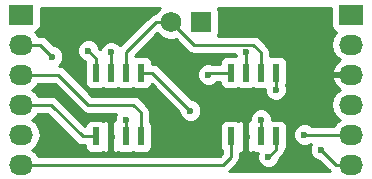
<source format=gtl>
G04 #@! TF.FileFunction,Copper,L1,Top,Signal*
%FSLAX45Y45*%
G04 Gerber Fmt 4.5, Leading zero omitted, Abs format (unit mm)*
G04 Created by KiCad (PCBNEW 4.0.4-stable) date Sat Oct 29 12:27:33 2016*
%MOMM*%
%LPD*%
G01*
G04 APERTURE LIST*
%ADD10C,0.100000*%
%ADD11R,1.750000X1.750000*%
%ADD12C,1.750000*%
%ADD13R,0.600000X1.550000*%
%ADD14R,2.032000X1.727200*%
%ADD15O,2.032000X1.727200*%
%ADD16C,0.600000*%
%ADD17C,0.250000*%
%ADD18C,0.254000*%
G04 APERTURE END LIST*
D10*
D11*
X9842500Y-9207500D03*
D12*
X9592500Y-9207500D03*
D13*
X8953500Y-10176000D03*
X9080500Y-10176000D03*
X9207500Y-10176000D03*
X9334500Y-10176000D03*
X9334500Y-9636000D03*
X9207500Y-9636000D03*
X9080500Y-9636000D03*
X8953500Y-9636000D03*
X10096500Y-10176000D03*
X10223500Y-10176000D03*
X10350500Y-10176000D03*
X10477500Y-10176000D03*
X10477500Y-9636000D03*
X10350500Y-9636000D03*
X10223500Y-9636000D03*
X10096500Y-9636000D03*
D14*
X8318500Y-9144000D03*
D15*
X8318500Y-9398000D03*
X8318500Y-9652000D03*
X8318500Y-9906000D03*
X8318500Y-10160000D03*
X8318500Y-10414000D03*
D14*
X11112500Y-9144000D03*
D15*
X11112500Y-9398000D03*
X11112500Y-9652000D03*
X11112500Y-9906000D03*
X11112500Y-10160000D03*
X11112500Y-10414000D03*
D16*
X8890000Y-9448800D03*
X8585200Y-9499600D03*
X9906000Y-9652000D03*
X10414000Y-10350500D03*
X9207500Y-10033000D03*
X10350500Y-10033000D03*
X9080500Y-9461500D03*
X10223500Y-9461500D03*
X10718800Y-10160000D03*
X9753600Y-9956800D03*
X10858500Y-10287000D03*
X10477500Y-9779000D03*
D17*
X8953500Y-9636000D02*
X8953500Y-9512300D01*
X8953500Y-9512300D02*
X8890000Y-9448800D01*
X10096500Y-9636000D02*
X9922000Y-9636000D01*
X8483600Y-9398000D02*
X8318500Y-9398000D01*
X8585200Y-9499600D02*
X8483600Y-9398000D01*
X9922000Y-9636000D02*
X9906000Y-9652000D01*
X9334500Y-10176000D02*
X9334500Y-9969500D01*
X8636000Y-9652000D02*
X8318500Y-9652000D01*
X8890000Y-9906000D02*
X8636000Y-9652000D01*
X9271000Y-9906000D02*
X8890000Y-9906000D01*
X9334500Y-9969500D02*
X9271000Y-9906000D01*
X8953500Y-10176000D02*
X8842500Y-10176000D01*
X8572500Y-9906000D02*
X8318500Y-9906000D01*
X8842500Y-10176000D02*
X8572500Y-9906000D01*
X10477500Y-10176000D02*
X10477500Y-10287000D01*
X10477500Y-10287000D02*
X10414000Y-10350500D01*
X10096500Y-10176000D02*
X10096500Y-10350500D01*
X10033000Y-10414000D02*
X8318500Y-10414000D01*
X10096500Y-10350500D02*
X10033000Y-10414000D01*
X9207500Y-10176000D02*
X9207500Y-10033000D01*
X10350500Y-10176000D02*
X10350500Y-10033000D01*
X9080500Y-9636000D02*
X9080500Y-9461500D01*
X10223500Y-9636000D02*
X10223500Y-9461500D01*
X10350500Y-9636000D02*
X10350500Y-9461500D01*
X9783000Y-9398000D02*
X9592500Y-9207500D01*
X10287000Y-9398000D02*
X9783000Y-9398000D01*
X10350500Y-9461500D02*
X10287000Y-9398000D01*
X9207500Y-9636000D02*
X9207500Y-9461500D01*
X9461500Y-9207500D02*
X9592500Y-9207500D01*
X9207500Y-9461500D02*
X9461500Y-9207500D01*
X9334500Y-9636000D02*
X9432800Y-9636000D01*
X10718800Y-10160000D02*
X11112500Y-10160000D01*
X9432800Y-9636000D02*
X9753600Y-9956800D01*
X10477500Y-9636000D02*
X10477500Y-9779000D01*
X10985500Y-10414000D02*
X11112500Y-10414000D01*
X10858500Y-10287000D02*
X10985500Y-10414000D01*
D18*
G36*
X9464563Y-9121854D02*
X9460473Y-9131704D01*
X9437241Y-9136325D01*
X9432416Y-9137285D01*
X9407760Y-9153760D01*
X9156366Y-9405154D01*
X9133533Y-9382281D01*
X9099180Y-9368016D01*
X9061983Y-9367984D01*
X9027606Y-9382188D01*
X9001281Y-9408467D01*
X8988332Y-9439652D01*
X8983512Y-9434832D01*
X8983516Y-9430283D01*
X8969312Y-9395906D01*
X8943033Y-9369581D01*
X8908680Y-9355316D01*
X8871483Y-9355284D01*
X8837106Y-9369488D01*
X8810781Y-9395767D01*
X8796516Y-9430120D01*
X8796484Y-9467317D01*
X8810688Y-9501694D01*
X8836967Y-9528019D01*
X8862760Y-9538729D01*
X8858756Y-9558500D01*
X8858756Y-9713500D01*
X8863184Y-9737032D01*
X8877091Y-9758644D01*
X8898311Y-9773143D01*
X8923500Y-9778244D01*
X8983500Y-9778244D01*
X9007032Y-9773816D01*
X9016953Y-9767432D01*
X9025311Y-9773143D01*
X9050500Y-9778244D01*
X9110500Y-9778244D01*
X9134032Y-9773816D01*
X9143953Y-9767432D01*
X9152311Y-9773143D01*
X9177500Y-9778244D01*
X9237500Y-9778244D01*
X9261032Y-9773816D01*
X9270953Y-9767432D01*
X9279311Y-9773143D01*
X9304500Y-9778244D01*
X9364500Y-9778244D01*
X9388032Y-9773816D01*
X9409644Y-9759909D01*
X9424143Y-9738689D01*
X9424794Y-9735474D01*
X9660088Y-9970768D01*
X9660084Y-9975317D01*
X9674288Y-10009694D01*
X9700567Y-10036019D01*
X9734920Y-10050284D01*
X9772117Y-10050316D01*
X9806494Y-10036112D01*
X9832819Y-10009833D01*
X9847084Y-9975480D01*
X9847116Y-9938283D01*
X9832912Y-9903906D01*
X9806633Y-9877581D01*
X9772280Y-9863316D01*
X9767592Y-9863312D01*
X9486540Y-9582260D01*
X9461884Y-9565785D01*
X9432800Y-9560000D01*
X9429244Y-9560000D01*
X9429244Y-9558500D01*
X9424816Y-9534968D01*
X9410909Y-9513356D01*
X9389689Y-9498857D01*
X9364500Y-9493756D01*
X9304500Y-9493756D01*
X9283500Y-9497707D01*
X9283500Y-9492980D01*
X9473977Y-9302503D01*
X9506854Y-9335437D01*
X9562333Y-9358474D01*
X9622404Y-9358526D01*
X9632057Y-9354538D01*
X9729260Y-9451740D01*
X9753916Y-9468215D01*
X9783000Y-9474000D01*
X10129989Y-9474000D01*
X10129984Y-9480017D01*
X10136497Y-9495781D01*
X10126500Y-9493756D01*
X10066500Y-9493756D01*
X10042968Y-9498184D01*
X10021356Y-9512091D01*
X10006857Y-9533311D01*
X10001756Y-9558500D01*
X10001756Y-9560000D01*
X9928253Y-9560000D01*
X9924680Y-9558516D01*
X9887483Y-9558484D01*
X9853106Y-9572688D01*
X9826781Y-9598967D01*
X9812516Y-9633320D01*
X9812484Y-9670517D01*
X9826688Y-9704894D01*
X9852967Y-9731219D01*
X9887320Y-9745484D01*
X9924517Y-9745516D01*
X9958894Y-9731312D01*
X9978240Y-9712000D01*
X10001756Y-9712000D01*
X10001756Y-9713500D01*
X10006184Y-9737032D01*
X10020091Y-9758644D01*
X10041311Y-9773143D01*
X10066500Y-9778244D01*
X10126500Y-9778244D01*
X10150032Y-9773816D01*
X10159953Y-9767432D01*
X10168311Y-9773143D01*
X10193500Y-9778244D01*
X10253500Y-9778244D01*
X10277032Y-9773816D01*
X10286953Y-9767432D01*
X10295311Y-9773143D01*
X10320500Y-9778244D01*
X10380500Y-9778244D01*
X10384001Y-9777585D01*
X10383984Y-9797517D01*
X10398188Y-9831894D01*
X10424467Y-9858219D01*
X10458820Y-9872484D01*
X10496017Y-9872516D01*
X10530394Y-9858312D01*
X10556719Y-9832033D01*
X10570984Y-9797680D01*
X10571016Y-9760483D01*
X10563945Y-9743370D01*
X10567143Y-9738689D01*
X10572244Y-9713500D01*
X10572244Y-9558500D01*
X10567816Y-9534968D01*
X10553909Y-9513356D01*
X10532689Y-9498857D01*
X10507500Y-9493756D01*
X10447500Y-9493756D01*
X10426500Y-9497707D01*
X10426500Y-9461500D01*
X10420715Y-9432416D01*
X10404240Y-9407760D01*
X10340740Y-9344260D01*
X10316084Y-9327785D01*
X10287000Y-9322000D01*
X9988406Y-9322000D01*
X9989643Y-9320189D01*
X9994744Y-9295000D01*
X9994744Y-9120000D01*
X9990316Y-9096468D01*
X9984867Y-9088000D01*
X10946156Y-9088000D01*
X10946156Y-9230360D01*
X10950584Y-9253892D01*
X10964491Y-9275504D01*
X10985711Y-9290003D01*
X10989844Y-9290840D01*
X10988059Y-9292033D01*
X10955573Y-9340651D01*
X10944166Y-9398000D01*
X10955573Y-9455349D01*
X10988059Y-9503967D01*
X11019007Y-9524646D01*
X10977427Y-9561796D01*
X10952029Y-9614521D01*
X10951764Y-9616097D01*
X10963878Y-9639300D01*
X11099800Y-9639300D01*
X11099800Y-9637300D01*
X11125200Y-9637300D01*
X11125200Y-9639300D01*
X11127200Y-9639300D01*
X11127200Y-9664700D01*
X11125200Y-9664700D01*
X11125200Y-9666700D01*
X11099800Y-9666700D01*
X11099800Y-9664700D01*
X10963878Y-9664700D01*
X10951764Y-9687903D01*
X10952029Y-9689479D01*
X10977427Y-9742204D01*
X11019007Y-9779354D01*
X10988059Y-9800033D01*
X10955573Y-9848651D01*
X10944166Y-9906000D01*
X10955573Y-9963349D01*
X10988059Y-10011967D01*
X11019537Y-10033000D01*
X10988059Y-10054033D01*
X10968035Y-10084000D01*
X10775046Y-10084000D01*
X10771833Y-10080781D01*
X10737480Y-10066516D01*
X10700283Y-10066484D01*
X10665906Y-10080688D01*
X10639581Y-10106967D01*
X10625316Y-10141320D01*
X10625284Y-10178517D01*
X10639488Y-10212894D01*
X10665767Y-10239219D01*
X10700120Y-10253484D01*
X10737317Y-10253516D01*
X10771694Y-10239312D01*
X10775012Y-10236000D01*
X10778437Y-10236000D01*
X10765016Y-10268320D01*
X10764984Y-10305517D01*
X10779188Y-10339894D01*
X10805467Y-10366219D01*
X10839820Y-10380484D01*
X10844508Y-10380488D01*
X10931760Y-10467740D01*
X10935142Y-10470000D01*
X10083358Y-10470000D01*
X10086740Y-10467740D01*
X10150240Y-10404240D01*
X10166715Y-10379584D01*
X10172500Y-10350500D01*
X10172500Y-10313533D01*
X10180869Y-10317000D01*
X10194925Y-10317000D01*
X10210800Y-10301125D01*
X10210800Y-10188700D01*
X10208800Y-10188700D01*
X10208800Y-10163300D01*
X10210800Y-10163300D01*
X10210800Y-10050875D01*
X10236200Y-10050875D01*
X10236200Y-10163300D01*
X10238200Y-10163300D01*
X10238200Y-10188700D01*
X10236200Y-10188700D01*
X10236200Y-10301125D01*
X10252075Y-10317000D01*
X10266131Y-10317000D01*
X10287812Y-10308019D01*
X10295311Y-10313143D01*
X10320500Y-10318244D01*
X10326154Y-10318244D01*
X10320516Y-10331820D01*
X10320484Y-10369017D01*
X10334688Y-10403394D01*
X10360967Y-10429719D01*
X10395320Y-10443984D01*
X10432517Y-10444016D01*
X10466894Y-10429812D01*
X10493219Y-10403533D01*
X10507484Y-10369180D01*
X10507488Y-10364492D01*
X10531240Y-10340740D01*
X10547715Y-10316084D01*
X10550681Y-10301172D01*
X10552644Y-10299909D01*
X10567143Y-10278689D01*
X10572244Y-10253500D01*
X10572244Y-10098500D01*
X10567816Y-10074968D01*
X10553909Y-10053356D01*
X10532689Y-10038857D01*
X10507500Y-10033756D01*
X10447500Y-10033756D01*
X10443999Y-10034415D01*
X10444016Y-10014483D01*
X10429812Y-9980106D01*
X10403533Y-9953781D01*
X10369180Y-9939516D01*
X10331983Y-9939484D01*
X10297606Y-9953688D01*
X10271281Y-9979967D01*
X10257016Y-10014320D01*
X10256998Y-10035000D01*
X10252075Y-10035000D01*
X10236200Y-10050875D01*
X10210800Y-10050875D01*
X10194925Y-10035000D01*
X10180869Y-10035000D01*
X10159188Y-10043981D01*
X10151689Y-10038857D01*
X10126500Y-10033756D01*
X10066500Y-10033756D01*
X10042968Y-10038184D01*
X10021356Y-10052091D01*
X10006857Y-10073311D01*
X10001756Y-10098500D01*
X10001756Y-10253500D01*
X10006184Y-10277032D01*
X10020091Y-10298644D01*
X10020500Y-10298924D01*
X10020500Y-10319020D01*
X10001520Y-10338000D01*
X8462965Y-10338000D01*
X8442942Y-10308033D01*
X8411463Y-10287000D01*
X8442942Y-10265967D01*
X8475427Y-10217349D01*
X8486835Y-10160000D01*
X8475427Y-10102651D01*
X8442942Y-10054033D01*
X8411463Y-10033000D01*
X8442942Y-10011967D01*
X8462965Y-9982000D01*
X8541020Y-9982000D01*
X8788760Y-10229740D01*
X8813416Y-10246215D01*
X8842500Y-10252000D01*
X8858756Y-10252000D01*
X8858756Y-10253500D01*
X8863184Y-10277032D01*
X8877091Y-10298644D01*
X8898311Y-10313143D01*
X8923500Y-10318244D01*
X8983500Y-10318244D01*
X9007032Y-10313816D01*
X9016098Y-10307982D01*
X9037869Y-10317000D01*
X9051925Y-10317000D01*
X9067800Y-10301125D01*
X9067800Y-10188700D01*
X9065800Y-10188700D01*
X9065800Y-10163300D01*
X9067800Y-10163300D01*
X9067800Y-10050875D01*
X9051925Y-10035000D01*
X9037869Y-10035000D01*
X9016188Y-10043981D01*
X9008689Y-10038857D01*
X8983500Y-10033756D01*
X8923500Y-10033756D01*
X8899968Y-10038184D01*
X8878356Y-10052091D01*
X8863857Y-10073311D01*
X8861067Y-10087087D01*
X8626240Y-9852260D01*
X8601584Y-9835785D01*
X8572500Y-9830000D01*
X8462965Y-9830000D01*
X8442942Y-9800033D01*
X8411463Y-9779000D01*
X8442942Y-9757967D01*
X8462965Y-9728000D01*
X8604520Y-9728000D01*
X8836260Y-9959740D01*
X8860916Y-9976215D01*
X8865741Y-9977175D01*
X8890000Y-9982000D01*
X9127437Y-9982000D01*
X9114016Y-10014320D01*
X9113998Y-10035000D01*
X9109075Y-10035000D01*
X9093200Y-10050875D01*
X9093200Y-10163300D01*
X9095200Y-10163300D01*
X9095200Y-10188700D01*
X9093200Y-10188700D01*
X9093200Y-10301125D01*
X9109075Y-10317000D01*
X9123131Y-10317000D01*
X9144812Y-10308019D01*
X9152311Y-10313143D01*
X9177500Y-10318244D01*
X9237500Y-10318244D01*
X9261032Y-10313816D01*
X9270953Y-10307432D01*
X9279311Y-10313143D01*
X9304500Y-10318244D01*
X9364500Y-10318244D01*
X9388032Y-10313816D01*
X9409644Y-10299909D01*
X9424143Y-10278689D01*
X9429244Y-10253500D01*
X9429244Y-10098500D01*
X9424816Y-10074968D01*
X9410909Y-10053356D01*
X9410500Y-10053076D01*
X9410500Y-9969500D01*
X9404715Y-9940416D01*
X9388240Y-9915760D01*
X9324740Y-9852260D01*
X9300084Y-9835785D01*
X9271000Y-9830000D01*
X8921480Y-9830000D01*
X8689740Y-9598260D01*
X8665084Y-9581785D01*
X8640179Y-9576831D01*
X8664419Y-9552633D01*
X8678684Y-9518280D01*
X8678716Y-9481083D01*
X8664512Y-9446706D01*
X8638233Y-9420381D01*
X8603880Y-9406116D01*
X8599192Y-9406112D01*
X8537340Y-9344260D01*
X8512684Y-9327785D01*
X8483600Y-9322000D01*
X8462965Y-9322000D01*
X8442942Y-9292033D01*
X8441509Y-9291076D01*
X8443632Y-9290676D01*
X8465244Y-9276769D01*
X8479743Y-9255549D01*
X8484844Y-9230360D01*
X8484844Y-9088000D01*
X9498476Y-9088000D01*
X9464563Y-9121854D01*
X9464563Y-9121854D01*
G37*
X9464563Y-9121854D02*
X9460473Y-9131704D01*
X9437241Y-9136325D01*
X9432416Y-9137285D01*
X9407760Y-9153760D01*
X9156366Y-9405154D01*
X9133533Y-9382281D01*
X9099180Y-9368016D01*
X9061983Y-9367984D01*
X9027606Y-9382188D01*
X9001281Y-9408467D01*
X8988332Y-9439652D01*
X8983512Y-9434832D01*
X8983516Y-9430283D01*
X8969312Y-9395906D01*
X8943033Y-9369581D01*
X8908680Y-9355316D01*
X8871483Y-9355284D01*
X8837106Y-9369488D01*
X8810781Y-9395767D01*
X8796516Y-9430120D01*
X8796484Y-9467317D01*
X8810688Y-9501694D01*
X8836967Y-9528019D01*
X8862760Y-9538729D01*
X8858756Y-9558500D01*
X8858756Y-9713500D01*
X8863184Y-9737032D01*
X8877091Y-9758644D01*
X8898311Y-9773143D01*
X8923500Y-9778244D01*
X8983500Y-9778244D01*
X9007032Y-9773816D01*
X9016953Y-9767432D01*
X9025311Y-9773143D01*
X9050500Y-9778244D01*
X9110500Y-9778244D01*
X9134032Y-9773816D01*
X9143953Y-9767432D01*
X9152311Y-9773143D01*
X9177500Y-9778244D01*
X9237500Y-9778244D01*
X9261032Y-9773816D01*
X9270953Y-9767432D01*
X9279311Y-9773143D01*
X9304500Y-9778244D01*
X9364500Y-9778244D01*
X9388032Y-9773816D01*
X9409644Y-9759909D01*
X9424143Y-9738689D01*
X9424794Y-9735474D01*
X9660088Y-9970768D01*
X9660084Y-9975317D01*
X9674288Y-10009694D01*
X9700567Y-10036019D01*
X9734920Y-10050284D01*
X9772117Y-10050316D01*
X9806494Y-10036112D01*
X9832819Y-10009833D01*
X9847084Y-9975480D01*
X9847116Y-9938283D01*
X9832912Y-9903906D01*
X9806633Y-9877581D01*
X9772280Y-9863316D01*
X9767592Y-9863312D01*
X9486540Y-9582260D01*
X9461884Y-9565785D01*
X9432800Y-9560000D01*
X9429244Y-9560000D01*
X9429244Y-9558500D01*
X9424816Y-9534968D01*
X9410909Y-9513356D01*
X9389689Y-9498857D01*
X9364500Y-9493756D01*
X9304500Y-9493756D01*
X9283500Y-9497707D01*
X9283500Y-9492980D01*
X9473977Y-9302503D01*
X9506854Y-9335437D01*
X9562333Y-9358474D01*
X9622404Y-9358526D01*
X9632057Y-9354538D01*
X9729260Y-9451740D01*
X9753916Y-9468215D01*
X9783000Y-9474000D01*
X10129989Y-9474000D01*
X10129984Y-9480017D01*
X10136497Y-9495781D01*
X10126500Y-9493756D01*
X10066500Y-9493756D01*
X10042968Y-9498184D01*
X10021356Y-9512091D01*
X10006857Y-9533311D01*
X10001756Y-9558500D01*
X10001756Y-9560000D01*
X9928253Y-9560000D01*
X9924680Y-9558516D01*
X9887483Y-9558484D01*
X9853106Y-9572688D01*
X9826781Y-9598967D01*
X9812516Y-9633320D01*
X9812484Y-9670517D01*
X9826688Y-9704894D01*
X9852967Y-9731219D01*
X9887320Y-9745484D01*
X9924517Y-9745516D01*
X9958894Y-9731312D01*
X9978240Y-9712000D01*
X10001756Y-9712000D01*
X10001756Y-9713500D01*
X10006184Y-9737032D01*
X10020091Y-9758644D01*
X10041311Y-9773143D01*
X10066500Y-9778244D01*
X10126500Y-9778244D01*
X10150032Y-9773816D01*
X10159953Y-9767432D01*
X10168311Y-9773143D01*
X10193500Y-9778244D01*
X10253500Y-9778244D01*
X10277032Y-9773816D01*
X10286953Y-9767432D01*
X10295311Y-9773143D01*
X10320500Y-9778244D01*
X10380500Y-9778244D01*
X10384001Y-9777585D01*
X10383984Y-9797517D01*
X10398188Y-9831894D01*
X10424467Y-9858219D01*
X10458820Y-9872484D01*
X10496017Y-9872516D01*
X10530394Y-9858312D01*
X10556719Y-9832033D01*
X10570984Y-9797680D01*
X10571016Y-9760483D01*
X10563945Y-9743370D01*
X10567143Y-9738689D01*
X10572244Y-9713500D01*
X10572244Y-9558500D01*
X10567816Y-9534968D01*
X10553909Y-9513356D01*
X10532689Y-9498857D01*
X10507500Y-9493756D01*
X10447500Y-9493756D01*
X10426500Y-9497707D01*
X10426500Y-9461500D01*
X10420715Y-9432416D01*
X10404240Y-9407760D01*
X10340740Y-9344260D01*
X10316084Y-9327785D01*
X10287000Y-9322000D01*
X9988406Y-9322000D01*
X9989643Y-9320189D01*
X9994744Y-9295000D01*
X9994744Y-9120000D01*
X9990316Y-9096468D01*
X9984867Y-9088000D01*
X10946156Y-9088000D01*
X10946156Y-9230360D01*
X10950584Y-9253892D01*
X10964491Y-9275504D01*
X10985711Y-9290003D01*
X10989844Y-9290840D01*
X10988059Y-9292033D01*
X10955573Y-9340651D01*
X10944166Y-9398000D01*
X10955573Y-9455349D01*
X10988059Y-9503967D01*
X11019007Y-9524646D01*
X10977427Y-9561796D01*
X10952029Y-9614521D01*
X10951764Y-9616097D01*
X10963878Y-9639300D01*
X11099800Y-9639300D01*
X11099800Y-9637300D01*
X11125200Y-9637300D01*
X11125200Y-9639300D01*
X11127200Y-9639300D01*
X11127200Y-9664700D01*
X11125200Y-9664700D01*
X11125200Y-9666700D01*
X11099800Y-9666700D01*
X11099800Y-9664700D01*
X10963878Y-9664700D01*
X10951764Y-9687903D01*
X10952029Y-9689479D01*
X10977427Y-9742204D01*
X11019007Y-9779354D01*
X10988059Y-9800033D01*
X10955573Y-9848651D01*
X10944166Y-9906000D01*
X10955573Y-9963349D01*
X10988059Y-10011967D01*
X11019537Y-10033000D01*
X10988059Y-10054033D01*
X10968035Y-10084000D01*
X10775046Y-10084000D01*
X10771833Y-10080781D01*
X10737480Y-10066516D01*
X10700283Y-10066484D01*
X10665906Y-10080688D01*
X10639581Y-10106967D01*
X10625316Y-10141320D01*
X10625284Y-10178517D01*
X10639488Y-10212894D01*
X10665767Y-10239219D01*
X10700120Y-10253484D01*
X10737317Y-10253516D01*
X10771694Y-10239312D01*
X10775012Y-10236000D01*
X10778437Y-10236000D01*
X10765016Y-10268320D01*
X10764984Y-10305517D01*
X10779188Y-10339894D01*
X10805467Y-10366219D01*
X10839820Y-10380484D01*
X10844508Y-10380488D01*
X10931760Y-10467740D01*
X10935142Y-10470000D01*
X10083358Y-10470000D01*
X10086740Y-10467740D01*
X10150240Y-10404240D01*
X10166715Y-10379584D01*
X10172500Y-10350500D01*
X10172500Y-10313533D01*
X10180869Y-10317000D01*
X10194925Y-10317000D01*
X10210800Y-10301125D01*
X10210800Y-10188700D01*
X10208800Y-10188700D01*
X10208800Y-10163300D01*
X10210800Y-10163300D01*
X10210800Y-10050875D01*
X10236200Y-10050875D01*
X10236200Y-10163300D01*
X10238200Y-10163300D01*
X10238200Y-10188700D01*
X10236200Y-10188700D01*
X10236200Y-10301125D01*
X10252075Y-10317000D01*
X10266131Y-10317000D01*
X10287812Y-10308019D01*
X10295311Y-10313143D01*
X10320500Y-10318244D01*
X10326154Y-10318244D01*
X10320516Y-10331820D01*
X10320484Y-10369017D01*
X10334688Y-10403394D01*
X10360967Y-10429719D01*
X10395320Y-10443984D01*
X10432517Y-10444016D01*
X10466894Y-10429812D01*
X10493219Y-10403533D01*
X10507484Y-10369180D01*
X10507488Y-10364492D01*
X10531240Y-10340740D01*
X10547715Y-10316084D01*
X10550681Y-10301172D01*
X10552644Y-10299909D01*
X10567143Y-10278689D01*
X10572244Y-10253500D01*
X10572244Y-10098500D01*
X10567816Y-10074968D01*
X10553909Y-10053356D01*
X10532689Y-10038857D01*
X10507500Y-10033756D01*
X10447500Y-10033756D01*
X10443999Y-10034415D01*
X10444016Y-10014483D01*
X10429812Y-9980106D01*
X10403533Y-9953781D01*
X10369180Y-9939516D01*
X10331983Y-9939484D01*
X10297606Y-9953688D01*
X10271281Y-9979967D01*
X10257016Y-10014320D01*
X10256998Y-10035000D01*
X10252075Y-10035000D01*
X10236200Y-10050875D01*
X10210800Y-10050875D01*
X10194925Y-10035000D01*
X10180869Y-10035000D01*
X10159188Y-10043981D01*
X10151689Y-10038857D01*
X10126500Y-10033756D01*
X10066500Y-10033756D01*
X10042968Y-10038184D01*
X10021356Y-10052091D01*
X10006857Y-10073311D01*
X10001756Y-10098500D01*
X10001756Y-10253500D01*
X10006184Y-10277032D01*
X10020091Y-10298644D01*
X10020500Y-10298924D01*
X10020500Y-10319020D01*
X10001520Y-10338000D01*
X8462965Y-10338000D01*
X8442942Y-10308033D01*
X8411463Y-10287000D01*
X8442942Y-10265967D01*
X8475427Y-10217349D01*
X8486835Y-10160000D01*
X8475427Y-10102651D01*
X8442942Y-10054033D01*
X8411463Y-10033000D01*
X8442942Y-10011967D01*
X8462965Y-9982000D01*
X8541020Y-9982000D01*
X8788760Y-10229740D01*
X8813416Y-10246215D01*
X8842500Y-10252000D01*
X8858756Y-10252000D01*
X8858756Y-10253500D01*
X8863184Y-10277032D01*
X8877091Y-10298644D01*
X8898311Y-10313143D01*
X8923500Y-10318244D01*
X8983500Y-10318244D01*
X9007032Y-10313816D01*
X9016098Y-10307982D01*
X9037869Y-10317000D01*
X9051925Y-10317000D01*
X9067800Y-10301125D01*
X9067800Y-10188700D01*
X9065800Y-10188700D01*
X9065800Y-10163300D01*
X9067800Y-10163300D01*
X9067800Y-10050875D01*
X9051925Y-10035000D01*
X9037869Y-10035000D01*
X9016188Y-10043981D01*
X9008689Y-10038857D01*
X8983500Y-10033756D01*
X8923500Y-10033756D01*
X8899968Y-10038184D01*
X8878356Y-10052091D01*
X8863857Y-10073311D01*
X8861067Y-10087087D01*
X8626240Y-9852260D01*
X8601584Y-9835785D01*
X8572500Y-9830000D01*
X8462965Y-9830000D01*
X8442942Y-9800033D01*
X8411463Y-9779000D01*
X8442942Y-9757967D01*
X8462965Y-9728000D01*
X8604520Y-9728000D01*
X8836260Y-9959740D01*
X8860916Y-9976215D01*
X8865741Y-9977175D01*
X8890000Y-9982000D01*
X9127437Y-9982000D01*
X9114016Y-10014320D01*
X9113998Y-10035000D01*
X9109075Y-10035000D01*
X9093200Y-10050875D01*
X9093200Y-10163300D01*
X9095200Y-10163300D01*
X9095200Y-10188700D01*
X9093200Y-10188700D01*
X9093200Y-10301125D01*
X9109075Y-10317000D01*
X9123131Y-10317000D01*
X9144812Y-10308019D01*
X9152311Y-10313143D01*
X9177500Y-10318244D01*
X9237500Y-10318244D01*
X9261032Y-10313816D01*
X9270953Y-10307432D01*
X9279311Y-10313143D01*
X9304500Y-10318244D01*
X9364500Y-10318244D01*
X9388032Y-10313816D01*
X9409644Y-10299909D01*
X9424143Y-10278689D01*
X9429244Y-10253500D01*
X9429244Y-10098500D01*
X9424816Y-10074968D01*
X9410909Y-10053356D01*
X9410500Y-10053076D01*
X9410500Y-9969500D01*
X9404715Y-9940416D01*
X9388240Y-9915760D01*
X9324740Y-9852260D01*
X9300084Y-9835785D01*
X9271000Y-9830000D01*
X8921480Y-9830000D01*
X8689740Y-9598260D01*
X8665084Y-9581785D01*
X8640179Y-9576831D01*
X8664419Y-9552633D01*
X8678684Y-9518280D01*
X8678716Y-9481083D01*
X8664512Y-9446706D01*
X8638233Y-9420381D01*
X8603880Y-9406116D01*
X8599192Y-9406112D01*
X8537340Y-9344260D01*
X8512684Y-9327785D01*
X8483600Y-9322000D01*
X8462965Y-9322000D01*
X8442942Y-9292033D01*
X8441509Y-9291076D01*
X8443632Y-9290676D01*
X8465244Y-9276769D01*
X8479743Y-9255549D01*
X8484844Y-9230360D01*
X8484844Y-9088000D01*
X9498476Y-9088000D01*
X9464563Y-9121854D01*
M02*

</source>
